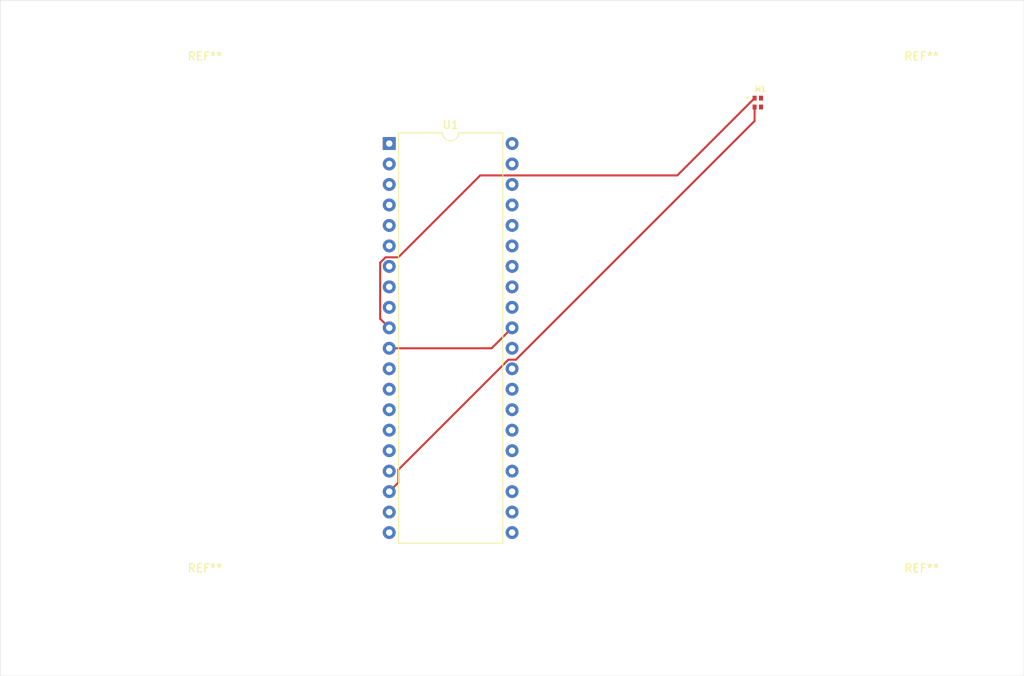
<source format=kicad_pcb>
(kicad_pcb (version 20211014) (generator pcbnew)
  (layers (0 "F.Cu" signal) (31 "B.Cu" signal) (34 "B.Paste" user) (35 "F.Paste" user) (36 "B.SilkS" user "B.Silkscreen") (37 "F.SilkS" user "F.Silkscreen") (38 "B.Mask" user) (39 "F.Mask" user) (44 "Edge.Cuts" user))
  (net 0 "")
  (net 10 "VCC")
  (net 11 "Net-(U1-Pad11)")
  (net 18 "Net-(M1-Pad2)")
  (net 40 "GND")
  (footprint "MountingHole:MountingHole_2.1mm" (layer "F.Cu") (at 152.4 60.96)
    (fp_text reference "REF**" (at 0 -3.2) (layer "F.SilkS"))
    (fp_text value "MountingHole_2.1mm")
    (pad "" np_thru_hole circle (at 0 0) (size 2.1 2.1) (drill 2.1) (layers *.Cu *.Mask))
  )
  (footprint "MountingHole:MountingHole_2.1mm" (layer "F.Cu") (at 152.4 124.46)
    (fp_text reference "REF**" (at 0 -3.2) (layer "F.SilkS"))
    (fp_text value "MountingHole_2.1mm")
    (pad "" np_thru_hole circle (at 0 0) (size 2.1 2.1) (drill 2.1) (layers *.Cu *.Mask))
  )
  (footprint "MountingHole:MountingHole_2.1mm" (layer "F.Cu") (at 241.3 124.46)
    (fp_text reference "REF**" (at 0 -3.2) (layer "F.SilkS"))
    (fp_text value "MountingHole_2.1mm")
    (pad "" np_thru_hole circle (at 0 0) (size 2.1 2.1) (drill 2.1) (layers *.Cu *.Mask))
  )
  (footprint "ASCO-65:OSC_ASCO-65.000MHZ-EK-T" (layer "F.Cu") (at 220.98 63.5)
    (fp_text reference "M1" (at 0.332 -1.6764) (layer "F.SilkS") (effects (font (size 0.64 0.64))))
    (fp_text value "Motor_Servo")
    (fp_circle (center -1.254 -0.6) (end -1.154 -0.6) (layer "F.SilkS") (width 0.2) (fill none))
    (pad "1" smd rect locked (at -0.4 -0.55) (size 0.5 0.6) (layers "F.Cu" "F.Paste" "F.Mask") (net 10 "VCC"))
    (pad "2" smd rect locked (at -0.4 0.55) (size 0.5 0.6) (layers "F.Cu" "F.Paste" "F.Mask") (net 18 "Net-(M1-Pad2)"))
    (pad "3" smd rect locked (at 0.4 0.55) (size 0.5 0.6) (layers "F.Cu" "F.Paste" "F.Mask") (net 40 "GND"))
    (pad "4" smd rect locked (at 0.4 -0.55) (size 0.5 0.6) (layers "F.Cu" "F.Paste" "F.Mask"))
  )
  (footprint "Package_DIP:DIP-40_W15.24mm" (layer "F.Cu") (at 175.26 68.58)
    (fp_text reference "U1" (at 7.62 -2.33) (layer "F.SilkS"))
    (fp_text value "ATmega32A-P")
    (fp_line (start 1.16 49.59) (end 14.08 49.59) (layer "F.SilkS") (width 0.12))
    (fp_line (start 1.16 -1.33) (end 1.16 49.59) (layer "F.SilkS") (width 0.12))
    (fp_line (start 14.08 -1.33) (end 8.62 -1.33) (layer "F.SilkS") (width 0.12))
    (fp_line (start 14.08 49.59) (end 14.08 -1.33) (layer "F.SilkS") (width 0.12))
    (fp_line (start 6.62 -1.33) (end 1.16 -1.33) (layer "F.SilkS") (width 0.12))
    (fp_arc (start 8.62 -1.33) (mid 7.62 -0.33) (end 6.62 -1.33) (layer "F.SilkS") (width 0.12))
    (pad "1" thru_hole rect (at 0 0) (size 1.6 1.6) (drill 0.8) (layers *.Cu *.Mask))
    (pad "2" thru_hole oval (at 0 2.54) (size 1.6 1.6) (drill 0.8) (layers *.Cu *.Mask))
    (pad "3" thru_hole oval (at 0 5.08) (size 1.6 1.6) (drill 0.8) (layers *.Cu *.Mask))
    (pad "4" thru_hole oval (at 0 7.62) (size 1.6 1.6) (drill 0.8) (layers *.Cu *.Mask))
    (pad "5" thru_hole oval (at 0 10.16) (size 1.6 1.6) (drill 0.8) (layers *.Cu *.Mask))
    (pad "6" thru_hole oval (at 0 12.7) (size 1.6 1.6) (drill 0.8) (layers *.Cu *.Mask))
    (pad "7" thru_hole oval (at 0 15.24) (size 1.6 1.6) (drill 0.8) (layers *.Cu *.Mask))
    (pad "8" thru_hole oval (at 0 17.78) (size 1.6 1.6) (drill 0.8) (layers *.Cu *.Mask))
    (pad "9" thru_hole oval (at 0 20.32) (size 1.6 1.6) (drill 0.8) (layers *.Cu *.Mask))
    (pad "10" thru_hole oval (at 0 22.86) (size 1.6 1.6) (drill 0.8) (layers *.Cu *.Mask) (net 10 "VCC"))
    (pad "11" thru_hole oval (at 0 25.4) (size 1.6 1.6) (drill 0.8) (layers *.Cu *.Mask) (net 11 "Net-(U1-Pad11)"))
    (pad "12" thru_hole oval (at 0 27.94) (size 1.6 1.6) (drill 0.8) (layers *.Cu *.Mask))
    (pad "13" thru_hole oval (at 0 30.48) (size 1.6 1.6) (drill 0.8) (layers *.Cu *.Mask))
    (pad "14" thru_hole oval (at 0 33.02) (size 1.6 1.6) (drill 0.8) (layers *.Cu *.Mask))
    (pad "15" thru_hole oval (at 0 35.56) (size 1.6 1.6) (drill 0.8) (layers *.Cu *.Mask))
    (pad "16" thru_hole oval (at 0 38.1) (size 1.6 1.6) (drill 0.8) (layers *.Cu *.Mask))
    (pad "17" thru_hole oval (at 0 40.64) (size 1.6 1.6) (drill 0.8) (layers *.Cu *.Mask))
    (pad "18" thru_hole oval (at 0 43.18) (size 1.6 1.6) (drill 0.8) (layers *.Cu *.Mask) (net 18 "Net-(M1-Pad2)"))
    (pad "19" thru_hole oval (at 0 45.72) (size 1.6 1.6) (drill 0.8) (layers *.Cu *.Mask))
    (pad "20" thru_hole oval (at 0 48.26) (size 1.6 1.6) (drill 0.8) (layers *.Cu *.Mask))
    (pad "21" thru_hole oval (at 15.24 48.26) (size 1.6 1.6) (drill 0.8) (layers *.Cu *.Mask))
    (pad "22" thru_hole oval (at 15.24 45.72) (size 1.6 1.6) (drill 0.8) (layers *.Cu *.Mask))
    (pad "23" thru_hole oval (at 15.24 43.18) (size 1.6 1.6) (drill 0.8) (layers *.Cu *.Mask))
    (pad "24" thru_hole oval (at 15.24 40.64) (size 1.6 1.6) (drill 0.8) (layers *.Cu *.Mask))
    (pad "25" thru_hole oval (at 15.24 38.1) (size 1.6 1.6) (drill 0.8) (layers *.Cu *.Mask))
    (pad "26" thru_hole oval (at 15.24 35.56) (size 1.6 1.6) (drill 0.8) (layers *.Cu *.Mask))
    (pad "27" thru_hole oval (at 15.24 33.02) (size 1.6 1.6) (drill 0.8) (layers *.Cu *.Mask))
    (pad "28" thru_hole oval (at 15.24 30.48) (size 1.6 1.6) (drill 0.8) (layers *.Cu *.Mask))
    (pad "29" thru_hole oval (at 15.24 27.94) (size 1.6 1.6) (drill 0.8) (layers *.Cu *.Mask))
    (pad "30" thru_hole oval (at 15.24 25.4) (size 1.6 1.6) (drill 0.8) (layers *.Cu *.Mask))
    (pad "31" thru_hole oval (at 15.24 22.86) (size 1.6 1.6) (drill 0.8) (layers *.Cu *.Mask) (net 11 "Net-(U1-Pad11)"))
    (pad "32" thru_hole oval (at 15.24 20.32) (size 1.6 1.6) (drill 0.8) (layers *.Cu *.Mask))
    (pad "33" thru_hole oval (at 15.24 17.78) (size 1.6 1.6) (drill 0.8) (layers *.Cu *.Mask))
    (pad "34" thru_hole oval (at 15.24 15.24) (size 1.6 1.6) (drill 0.8) (layers *.Cu *.Mask))
    (pad "35" thru_hole oval (at 15.24 12.7) (size 1.6 1.6) (drill 0.8) (layers *.Cu *.Mask))
    (pad "36" thru_hole oval (at 15.24 10.16) (size 1.6 1.6) (drill 0.8) (layers *.Cu *.Mask))
    (pad "37" thru_hole oval (at 15.24 7.62) (size 1.6 1.6) (drill 0.8) (layers *.Cu *.Mask))
    (pad "38" thru_hole oval (at 15.24 5.08) (size 1.6 1.6) (drill 0.8) (layers *.Cu *.Mask))
    (pad "39" thru_hole oval (at 15.24 2.54) (size 1.6 1.6) (drill 0.8) (layers *.Cu *.Mask))
    (pad "40" thru_hole oval (at 15.24 0) (size 1.6 1.6) (drill 0.8) (layers *.Cu *.Mask))
  )
  (footprint "MountingHole:MountingHole_2.1mm" (layer "F.Cu") (at 241.3 60.96)
    (fp_text reference "REF**" (at 0 -3.2) (layer "F.SilkS"))
    (fp_text value "MountingHole_2.1mm")
    (pad "" np_thru_hole circle (at 0 0) (size 2.1 2.1) (drill 2.1) (layers *.Cu *.Mask))
  )
  (gr_line (start 132.08 134.62) (end 127 134.62) (layer "Edge.Cuts") (width 0.05))
  (gr_line (start 254 50.8) (end 254 134.62) (layer "Edge.Cuts") (width 0.05))
  (gr_line (start 254 134.62) (end 132.08 134.62) (layer "Edge.Cuts") (width 0.05))
  (gr_line (start 127 50.8) (end 254 50.8) (layer "Edge.Cuts") (width 0.05))
  (gr_line (start 127 134.62) (end 127 50.8) (layer "Edge.Cuts") (width 0.05))
  (segment (start 210.994511 72.535489) (end 186.544511 72.535489) (width 0.25) (layer "F.Cu") (net 10))
  (segment (start 220.58 62.95) (end 210.994511 72.535489) (width 0.25) (layer "F.Cu") (net 10))
  (segment (start 176.384511 82.695489) (end 174.794211 82.695489) (width 0.25) (layer "F.Cu") (net 10))
  (segment (start 174.794211 82.695489) (end 174.135489 83.354211) (width 0.25) (layer "F.Cu") (net 10))
  (segment (start 174.135489 83.354211) (end 174.135489 90.315489) (width 0.25) (layer "F.Cu") (net 10))
  (segment (start 174.135489 90.315489) (end 175.26 91.44) (width 0.25) (layer "F.Cu") (net 10))
  (segment (start 186.544511 72.535489) (end 176.384511 82.695489) (width 0.25) (layer "F.Cu") (net 10))
  (segment (start 175.26 93.98) (end 187.96 93.98) (width 0.25) (layer "F.Cu") (net 11))
  (segment (start 187.96 93.98) (end 190.5 91.44) (width 0.25) (layer "F.Cu") (net 11))
  (segment (start 220.58 64.05) (end 220.58 65.781278) (width 0.25) (layer "F.Cu") (net 18))
  (segment (start 190.965789 95.395489) (end 190.034211 95.395489) (width 0.25) (layer "F.Cu") (net 18))
  (segment (start 176.384511 110.635489) (end 175.26 111.76) (width 0.25) (layer "F.Cu") (net 18))
  (segment (start 190.034211 95.395489) (end 176.384511 109.045189) (width 0.25) (layer "F.Cu") (net 18))
  (segment (start 220.58 65.781278) (end 190.965789 95.395489) (width 0.25) (layer "F.Cu") (net 18))
  (segment (start 176.384511 109.045189) (end 176.384511 110.635489) (width 0.25) (layer "F.Cu") (net 18))
)
</source>
